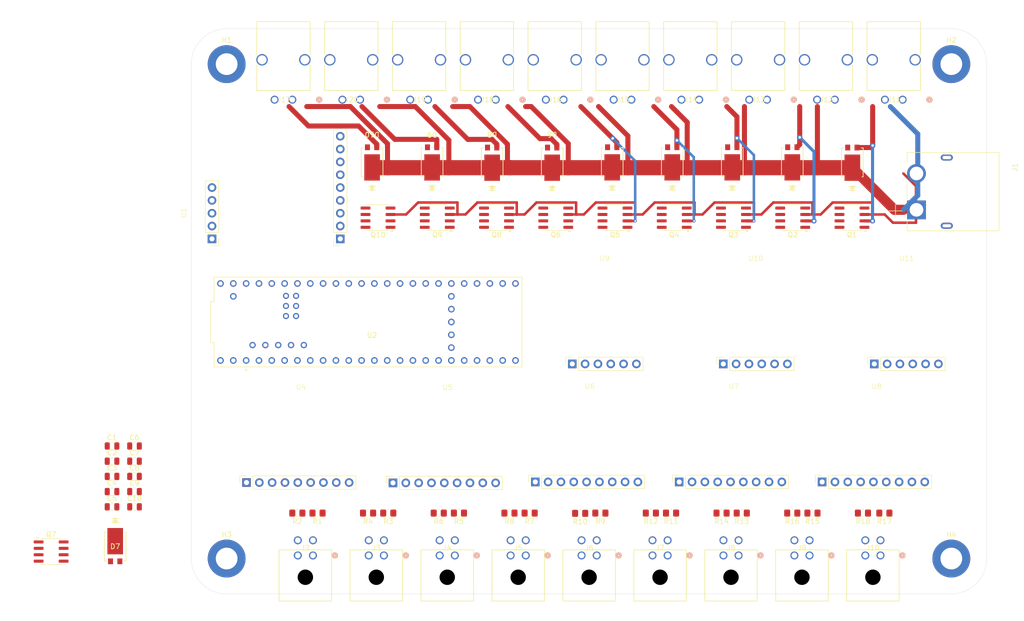
<source format=kicad_pcb>
(kicad_pcb (version 20240108) (generator "pcbnew") (generator_version "8.0")
  (layers (0 "F.Cu" signal) (1 "In1.Cu" signal) (2 "In2.Cu" signal) (31 "B.Cu" signal) (34 "B.Paste" user) (35 "F.Paste" user) (36 "B.SilkS" user "B.Silkscreen") (37 "F.SilkS" user "F.Silkscreen") (38 "B.Mask" user) (39 "F.Mask" user) (44 "Edge.Cuts" user))
  (net 0 "")
  (net 1 "+12V")
  (net 2 "Net-(D1-A)")
  (net 3 "Net-(D2-A)")
  (net 4 "Net-(D3-A)")
  (net 5 "Net-(D4-A)")
  (net 6 "Net-(D5-A)")
  (net 7 "Net-(D6-A)")
  (net 8 "Net-(D7-A)")
  (net 9 "Net-(D8-A)")
  (net 10 "Net-(D9-A)")
  (net 11 "GND")
  (net 12 "/pressure_transducers/PT1_O_RAW")
  (net 14 "+5V")
  (net 15 "/pressure_transducers/PT1_N_RAW")
  (net 18 "/pressure_transducers/PT1_P_RAW")
  (net 19 "/pressure_transducers/PT1_T_RAW")
  (net 21 "/pressure_transducers/PT1_I_RAW")
  (net 24 "/pressure_transducers/PT2_I_RAW")
  (net 25 "/pressure_transducers/PT3_I_RAW")
  (net 28 "/pressure_transducers/PT4_I_RAW")
  (net 29 "/pressure_transducers/PT5_I_RAW")
  (net 31 "/PV1_N")
  (net 32 "/PV1_O")
  (net 33 "/PV1_P")
  (net 34 "/PV1_T")
  (net 35 "/MBV1-I-1")
  (net 36 "/MBV1-I-2")
  (net 37 "/BV1-P")
  (net 38 "/BV1-T")
  (net 39 "/BV1-O")
  (net 40 "/PT1_O")
  (net 41 "/PT1_N")
  (net 42 "/PT1_P")
  (net 43 "/PT1_T")
  (net 44 "/PT1_I")
  (net 45 "/PT2_I")
  (net 46 "/PT3_I")
  (net 47 "/PT4_I")
  (net 48 "/PT5_I")
  (net 49 "/PV2_O")
  (net 50 "Net-(D10-A)")
  (net 51 "/IRQ")
  (net 60 "/LC1_RATE")
  (net 62 "/LC3_DATA")
  (net 63 "/LC3_RATE")
  (net 67 "/CS_Radio")
  (net 69 "/LC2_RATE")
  (net 73 "/RST")
  (net 74 "/MOSI")
  (net 77 "/LC2_DATA")
  (net 79 "/LC1_DATA")
  (net 80 "/SCL")
  (net 81 "/MISO")
  (net 82 "/SDA")
  (net 83 "+3V3")
  (net 85 "/SCK")
  (footprint "hb_footprint_lib:CONN_SD-43045-001_04_MOL" (layer "F.Cu") (at 133.372295 125.2857)
    (property "Reference" "J8")
    (property "Value" "0430450400")
  )
  (footprint "Resistor_SMD:R_0805_2012Metric_Pad1.20x1.40mm_HandSolder" (layer "F.Cu") (at 120 116.9 180)
    (property "Reference" "R11")
    (property "Value" "1K")
  )
  (footprint "Capacitor_SMD:C_0805_2012Metric" (layer "F.Cu") (at 13.755499 115.6566)
    (property "Reference" "C10")
    (property "Value" "0.1u")
  )
  (footprint "Resistor_SMD:R_0805_2012Metric_Pad1.20x1.40mm_HandSolder" (layer "F.Cu") (at 64 116.9 180)
    (property "Reference" "R3")
    (property "Value" "1K")
  )
  (footprint "hb_footprint_lib:CONN02_1723103102_MOL" (layer "F.Cu") (at 98.713708 35.0391 180)
    (property "Reference" "J16")
    (property "Value" "1723103102")
  )
  (footprint "hb_footprint_lib:hx711_connector" (layer "F.Cu") (at 136.75 66.9825)
    (property "Reference" "U10")
    (property "Value" "HX711")
  )
  (footprint "hb_footprint_lib:CONN02_1723103102_MOL" (layer "F.Cu") (at 112.141485 35.0391 180)
    (property "Reference" "J15")
    (property "Value" "1723103102")
  )
  (footprint "Package_SO:SOIC-8_3.9x4.9mm_P1.27mm" (layer "F.Cu") (at 61.975 58.405 180)
    (property "Reference" "Q10")
    (property "Value" "CWDM3011N TR13 PBFREE" (hide yes))
  )
  (footprint "hb_footprint_lib:POWERDI5_DIO" (layer "F.Cu") (at 120.2375 47.3859 180)
    (property "Reference" "D4" (hide yes))
    (property "Value" "SBRT20U60SP5-7")
  )
  (footprint "hb_footprint_lib:CONN02_1723103102_MOL" (layer "F.Cu") (at 152.424816 35.0391 180)
    (property "Reference" "J12")
    (property "Value" "1723103102")
  )
  (footprint "hb_footprint_lib:CONN_SD-43045-001_04_MOL" (layer "F.Cu") (at 105.277997 125.2857)
    (property "Reference" "J6")
    (property "Value" "0430450400")
  )
  (footprint "Resistor_SMD:R_0805_2012Metric_Pad1.20x1.40mm_HandSolder" (layer "F.Cu") (at 50 116.9 180)
    (property "Reference" "R1")
    (property "Value" "1K")
  )
  (footprint "Resistor_SMD:R_0805_2012Metric_Pad1.20x1.40mm_HandSolder" (layer "F.Cu") (at 162.235 116.9 180)
    (property "Reference" "R17")
    (property "Value" "1K")
  )
  (footprint "hb_footprint_lib:POWERDI5_DIO" (layer "F.Cu") (at 72.6875 47.3981 180)
    (property "Reference" "D9")
    (property "Value" "SBRT20U60SP5-7")
  )
  (footprint "Resistor_SMD:R_0805_2012Metric_Pad1.20x1.40mm_HandSolder" (layer "F.Cu") (at 78 116.9 180)
    (property "Reference" "R5")
    (property "Value" "1K")
  )
  (footprint "Package_SO:SOIC-8_3.9x4.9mm_P1.27mm" (layer "F.Cu") (at 155.825 58.405 180)
    (property "Reference" "Q1")
    (property "Value" "CWDM3011N TR13 PBFREE" (hide yes))
  )
  (footprint "Resistor_SMD:R_0805_2012Metric_Pad1.20x1.40mm_HandSolder" (layer "F.Cu") (at 88 116.9 180)
    (property "Reference" "R8")
    (property "Value" "2.7K")
  )
  (footprint "hb_footprint_lib:CONN_SD-43045-001_04_MOL" (layer "F.Cu") (at 63.13655 125.2857)
    (property "Reference" "J3")
    (property "Value" "0430450400")
  )
  (footprint "Package_SO:SOIC-8_3.9x4.9mm_P1.27mm" (layer "F.Cu") (at 108.9 58.405 180)
    (property "Reference" "Q5")
    (property "Value" "CWDM3011N TR13 PBFREE" (hide yes))
  )
  (footprint "hb_footprint_lib:teensy4.1" (layer "F.Cu") (at 59.99 79.0575)
    (property "Reference" "U2")
    (property "Value" "teensy_4.1")
  )
  (footprint "hb_footprint_lib:CONN02_1723103102_MOL" (layer "F.Cu") (at 125.569262 35.0391 180)
    (property "Reference" "J14")
    (property "Value" "1723103102")
  )
  (footprint "hb_footprint_lib:POWERDI5_DIO" (layer "F.Cu") (at 84.575 47.4522 180)
    (property "Reference" "D8")
    (property "Value" "SBRT20U60SP5-7")
  )
  (footprint "Package_SO:SOIC-8_3.9x4.9mm_P1.27mm" (layer "F.Cu") (at 85.4375 58.405 180)
    (property "Reference" "Q8")
    (property "Value" "CWDM3011N TR13 PBFREE" (hide yes))
  )
  (footprint "Capacitor_SMD:C_0805_2012Metric" (layer "F.Cu") (at 9.305499 115.6566)
    (property "Reference" "C5")
    (property "Value" "0.1u")
  )
  (footprint "hb_footprint_lib:CONN_SD-43045-001_04_MOL" (layer "F.Cu") (at 77.183699 125.2857)
    (property "Reference" "J4")
    (property "Value" "0430450400")
  )
  (footprint "Resistor_SMD:R_0805_2012Metric_Pad1.20x1.40mm_HandSolder" (layer "F.Cu") (at 60 116.9 180)
    (property "Reference" "R4")
    (property "Value" "2.7K")
  )
  (footprint "hb_footprint_lib:mcp9600_connector" (layer "F.Cu") (at 132.41 92.3175)
    (property "Reference" "U7")
    (property "Value" "MCP9600_Module")
  )
  (footprint "Resistor_SMD:R_0805_2012Metric_Pad1.20x1.40mm_HandSolder" (layer "F.Cu") (at 144 116.9 180)
    (property "Reference" "R16")
    (property "Value" "2.7K")
  )
  (footprint "hb_footprint_lib:CONN02_1723103102_MOL" (layer "F.Cu") (at 138.997039 35.0391 180)
    (property "Reference" "J13")
    (property "Value" "1723103102")
  )
  (footprint "hb_footprint_lib:CONN02_1723103102_MOL" (layer "F.Cu") (at 58.430377 35.0391 180)
    (property "Reference" "J20")
    (property "Value" "1723103102")
  )
  (footprint "hb_footprint_lib:hx711_connector" (layer "F.Cu") (at 106.85 66.9825)
    (property "Reference" "U9")
    (property "Value" "HX711")
  )
  (footprint "Resistor_SMD:R_0805_2012Metric_Pad1.20x1.40mm_HandSolder" (layer "F.Cu") (at 130 116.9 180)
    (property "Reference" "R14")
    (property "Value" "2.7K")
  )
  (footprint "MountingHole:MountingHole_4.3mm_M4_DIN965_Pad" (layer "F.Cu") (at 175.5 28)
    (property "Reference" "H2")
    (property "Value" "MountingHole")
  )
  (footprint "hb_footprint_lib:CONN02_1723103102_MOL" (layer "F.Cu") (at 45.0026 35.0391 180)
    (property "Reference" "J17")
    (property "Value" "1723103102")
  )
  (footprint "Package_SO:SOIC-8_3.9x4.9mm_P1.27mm" (layer "F.Cu") (at 120.63125 58.405 180)
    (property "Reference" "Q4")
    (property "Value" "CWDM3011N TR13 PBFREE" (hide yes))
  )
  (footprint "Capacitor_SMD:C_0805_2012Metric" (layer "F.Cu") (at 9.305499 112.6466)
    (property "Reference" "C4")
    (property "Value" "0.1u")
  )
  (footprint "Resistor_SMD:R_0805_2012Metric_Pad1.20x1.40mm_HandSolder" (layer "F.Cu") (at 92 116.9 180)
    (property "Reference" "R7")
    (property "Value" "1K")
  )
  (footprint "hb_footprint_lib:mcp9600_connector" (layer "F.Cu") (at 160.71 92.3175)
    (property "Reference" "U8")
    (property "Value" "MCP9600_Module")
  )
  (footprint "Capacitor_SMD:C_0805_2012Metric" (layer "F.Cu") (at 9.305499 109.6366)
    (property "Reference" "C3")
    (property "Value" "0.1u")
  )
  (footprint "Capacitor_SMD:C_0805_2012Metric" (layer "F.Cu") (at 13.755499 112.6466)
    (property "Reference" "C9")
    (property "Value" "0.1u")
  )
  (footprint "hb_footprint_lib:POWERDI5_DIO" (layer "F.Cu") (at 60.8 47.3981 180)
    (property "Reference" "D10")
    (property "Value" "SBRT20U60SP5-7")
  )
  (footprint "Package_SO:SOIC-8_3.9x4.9mm_P1.27mm" (layer "F.Cu") (at 132.3625 58.405 180)
    (property "Reference" "Q3")
    (property "Value" "CWDM3011N TR13 PBFREE" (hide yes))
  )
  (footprint "Resistor_SMD:R_0805_2012Metric_Pad1.20x1.40mm_HandSolder" (layer "F.Cu") (at 102 116.95 180)
    (property "Reference" "R10")
    (property "Value" "2.7K")
  )
  (footprint "Capacitor_SMD:C_0805_2012Metric" (layer "F.Cu") (at 13.755499 106.6266)
    (property "Reference" "C7")
    (property "Value" "0.1u")
  )
  (footprint "hb_footprint_lib:AMASS_XT60PW-M" (layer "F.Cu") (at 174.6 53.25 -90)
    (property "Reference" "J1")
    (property "Value" "Conn_01x02_Shielded")
  )
  (footprint "hb_footprint_lib:mcp9600_connector" (layer "F.Cu") (at 103.91 92.3175)
    (property "Reference" "U6")
    (property "Value" "MCP9600_Module")
  )
  (footprint "hb_footprint_lib:POWERDI5_DIO" (layer "F.Cu") (at 9.929999 123.5163)
    (property "Reference" "D7")
    (property "Value" "SBRT20U60SP5-7")
  )
  (footprint "Package_SO:SOIC-8_3.9x4.9mm_P1.27mm" (layer "F.Cu") (at 97.16875 58.405 180)
    (property "Reference" "Q6")
    (property "Value" "CWDM3011N TR13 PBFREE" (hide yes))
  )
  (footprint "hb_footprint_lib:POWERDI5_DIO" (layer "F.Cu") (at 144.0125 47.3859 180)
    (property "Reference" "D2" (hide yes))
    (property "Value" "SBRT20U60SP5-7")
  )
  (footprint "hb_footprint_lib:CONN_SD-43045-001_04_MOL" (layer "F.Cu") (at 147.419444 125.2857)
    (property "Reference" "J9")
    (property "Value" "0430450400")
  )
  (footprint "hb_footprint_lib:CONN02_1723103102_MOL" (layer "F.Cu") (at 71.858154 35.0391 180)
    (property "Reference" "J19")
    (property "Value" "1723103102")
  )
  (footprint "hb_footprint_lib:CONN_SD-43045-001_04_MOL" (layer "F.Cu") (at 49.089401 125.2857)
    (property "Reference" "J2")
    (property "Value" "0430450400")
  )
  (footprint "hb_footprint_lib:CONN_SD-43045-001_04_MOL" (layer "F.Cu") (at 161.466599 125.2857)
    (property "Reference" "J10")
    (property "Value" "0430450400")
  )
  (footprint "hb_footprint_lib:mcp9600_connector" (layer "F.Cu") (at 46.725 92.435)
    (property "Reference" "U4")
    (property "Value" "MCP9600_Module")
  )
  (footprint "Package_SO:SOIC-8_3.9x4.9mm_P1.27mm" (layer "F.Cu") (at 73.70625 58.405 180)
    (property "Reference" "Q9")
    (property "Value" "CWDM3011N TR13 PBFREE" (hide yes))
  )
  (footprint "Resistor_SMD:R_0805_2012Metric_Pad1.20x1.40mm_HandSolder" (layer "F.Cu") (at 46 116.9 180)
    (property "Reference" "R2")
    (property "Value" "2.7K")
  )
  (footprint "hb_footprint_lib:hx711_connector" (layer "F.Cu") (at 166.65 66.9825)
    (property "Reference" "U11")
    (property "Value" "HX711")
  )
  (footprint "hb_footprint_lib:CONN02_1723103102_MOL" (layer "F.Cu") (at 165.8526 35.0391 180)
    (property "Reference" "J11")
    (property "Value" "1723103102")
  )
  (footprint "Resistor_SMD:R_0805_2012Metric_Pad1.20x1.40mm_HandSolder" (layer "F.Cu") (at 106 116.9 180)
    (property "Reference" "R9")
    (property "Value" "1K")
  )
  (footprint "Package_SO:SOIC-8_3.9x4.9mm_P1.27mm" (layer "F.Cu") (at -2.754501 124.5166)
    (property "Reference" "Q7")
    (property "Value" "CWDM3011N TR13 PBFREE")
  )
  (footprint "MountingHole:MountingHole_4.3mm_M4_DIN965_Pad" (layer "F.Cu") (at 175.5 125.9)
    (property "Reference" "H4")
    (property "Value" "MountingHole")
  )
  (footprint "hb_footprint_lib:mcp9600_connector" (layer "F.Cu") (at 75.735 92.5025)
    (property "Reference" "U5")
    (property "Value" "MCP9600_Module")
  )
  (footprint "Resistor_SMD:R_0805_2012Metric_Pad1.20x1.40mm_HandSolder" (layer "F.Cu") (at 74 116.9 180)
    (property "Reference" "R6")
    (property "Value" "2.7K")
  )
  (footprint "Capacitor_SMD:C_0805_2012Metric" (layer "F.Cu") (at 9.305499 106.6266)
    (property "Reference" "C2")
    (property "Value" "0.1u")
  )
  (footprint "hb_footprint_lib:CONN_SD-43045-001_04_MOL" (layer "F.Cu") (at 91.230848 125.2857)
    (property "Reference" "J5")
    (property "Value" "0430450400")
  )
  (footprint "hb_footprint_lib:CONN_SD-43045-001_04_MOL" (layer "F.Cu") (at 119.325146 125.2857)
    (property "Reference" "J7")
    (property "Value" "0430450400")
  )
  (footprint "hb_footprint_lib:CONN02_1723103102_MOL" (layer "F.Cu") (at 85.285931 35.0391 180)
    (property "Reference" "J18")
    (property "Value" "1723103102")
  )
  (footprint "hb_footprint_lib:rfm95_connector" (layer "F.Cu") (at 24.02 57.46 90)
    (property "Reference" "U1")
    (property "Value" "RFM95")
  )
  (footprint "MountingHole:MountingHole_4.3mm_M4_DIN965_Pad" (layer "F.Cu") (at 32 125.9)
    (property "Reference" "H3")
    (property "Value" "MountingHole")
  )
  (footprint "Package_SO:SOIC-8_3.9x4.9mm_P1.27mm" (layer "F.Cu") (at 144.09375 58.405 180)
    (property "Reference" "Q2")
    (property "Value" "CWDM3011N TR13 PBFREE" (hide yes))
  )
  (footprint "Resistor_SMD:R_0805_2012Metric_Pad1.20x1.40mm_HandSolder" (layer "F.Cu") (at 116 116.9 180)
    (property "Reference" "R12")
    (property "Value" "2.7K")
  )
  (footprint "Capacitor_SMD:C_0805_2012Metric" (layer "F.Cu") (at 13.755499 103.6166)
    (property "Reference" "C6")
    (property "Value" "0.1u")
  )
  (footprint "Capacitor_SMD:C_0805_2012Metric" (layer "F.Cu") (at 13.755499 109.6366)
    (property "Reference" "C8")
    (property "Value" "0.1u")
  )
  (footprint "hb_footprint_lib:POWERDI5_DIO" (layer "F.Cu") (at 108.35 47.3859 180)
    (property "Reference" "D5" (hide yes))
    (property "Value" "SBRT20U60SP5-7")
  )
  (footprint "Resistor_SMD:R_0805_2012Metric_Pad1.20x1.40mm_HandSolder" (layer "F.Cu") (at 148 116.9 180)
    (property "Reference" "R15")
    (property "Value" "1K")
  )
  (footprint "hb_footprint_lib:POWERDI5_DIO" (layer "F.Cu") (at 132.125 47.3859 180)
    (property "Reference" "D3" (hide yes))
    (property "Value" "SBRT20U60SP5-7")
  )
  (footprint "Resistor_SMD:R_0805_2012Metric_Pad1.20x1.40mm_HandSolder" (layer "F.Cu") (at 158 116.9 180)
    (property "Reference" "R18")
    (property "Value" "2.7K")
  )
  (footprint "hb_footprint_lib:POWERDI5_DIO" (layer "F.Cu") (at 155.9 47.4522 180)
    (property "Reference" "D1" (hide yes))
    (property "Value" "SBRT20U60SP5-7")
  )
  (footprint "MountingHole:MountingHole_4.3mm_M4_DIN965_Pad" (layer "F.Cu") (at 32 28)
    (property "Reference" "H1")
    (property "Value" "MountingHole")
  )
  (footprint "Capacitor_SMD:C_0805_2012Metric" (layer "F.Cu") (at 9.305499 103.6166)
    (property "Reference" "C1")
    (property "Value" "0.1u")
  )
  (footprint "hb_footprint_lib:POWERDI5_DIO" (layer "F.Cu") (at 96.4625 47.4522 180)
    (property "Reference" "D6")
    (property "Value" "SBRT20U60SP5-7")
  )
  (footprint "Resistor_SMD:R_0805_2012Metric_Pad1.20x1.40mm_HandSolder" (layer "F.Cu") (at 134 116.9 180)
    (property "Reference" "R13")
    (property "Value" "1K")
  )
  (gr_line (start 175.5 132.9) (end 32 132.9) (stroke (width 0.05)) (layer "Edge.Cuts"))
  (gr_line (start 182.5 28) (end 182.5 125.9) (stroke (width 0.05)) (layer "Edge.Cuts"))
  (gr_arc (start 25 28) (mid 27.050253 23.050253) (end 32 21) (stroke (width 0.05)) (layer "Edge.Cuts"))
  (gr_line (start 25 28) (end 25 125.9) (stroke (width 0.05)) (layer "Edge.Cuts"))
  (gr_arc (start 182.5 125.9) (mid 180.449747 130.849747) (end 175.5 132.9) (stroke (width 0.05)) (layer "Edge.Cuts"))
  (gr_line (start 32 21) (end 175.5 21) (stroke (width 0.05)) (layer "Edge.Cuts"))
  (gr_arc (start 175.5 21) (mid 180.449747 23.050253) (end 182.5 28) (stroke (width 0.05)) (layer "Edge.Cuts"))
  (gr_arc (start 32 132.9) (mid 27.050253 130.849747) (end 25 125.9) (stroke (width 0.05)) (layer "Edge.Cuts"))
  (segment (start 148.980059 36.3994) (end 148.980059 48.476241) (width 1) (layer "F.Cu") (net 1))
  (segment (start 99.65 48.5063) (end 88.15 48.5063) (width 3) (layer "F.Cu") (net 1))
  (segment (start 123.2 39.511415) (end 123.2 48.5063) (width 1) (layer "F.Cu") (net 1))
  (segment (start 134.534022 36.3994) (end 134.534022 48.390322) (width 1) (layer "F.Cu") (net 1))
  (segment (start 56.4994 36.3994) (end 63.85 43.75) (width 1) (layer "F.Cu") (net 1))
  (segment (start 111.45 48.5063) (end 99.65 48.5063) (width 3) (layer "F.Cu") (net 1))
  (segment (start 87.6 43.85) (end 87.6 47.9563) (width 1) (layer "F.Cu") (net 1))
  (segment (start 166 56.85) (end 164.2437 56.85) (width 2) (layer "F.Cu") (net 1))
  (segment (start 164.2437 56.85) (end 155.9 48.5063) (width 2) (layer "F.Cu") (net 1))
  (segment (start 87.6 47.9563) (end 88.15 48.5063) (width 1) (layer "F.Cu") (net 1))
  (segment (start 69.3494 36.3994) (end 76 43.05) (width 1) (layer "F.Cu") (net 1))
  (segment (start 92.309462 36.3994) (end 99.65 43.739938) (width 1) (layer "F.Cu") (net 1))
  (segment (start 111.45 42.207452) (end 111.45 48.5063) (width 1) (layer "F.Cu") (net 1))
  (segment (start 60.8541 48.5063) (end 60.8 48.4522) (width 3) (layer "F.Cu") (net 1))
  (segment (start 80.1494 36.3994) (end 87.6 43.85) (width 1) (layer "F.Cu") (net 1))
  (segment (start 63.85 43.75) (end 63.85 48.5063) (width 1) (layer "F.Cu") (net 1))
  (segment (start 134.534022 48.390322) (end 134.65 48.5063) (width 1) (layer "F.Cu") (net 1))
  (segment (start 88.15 48.5063) (end 76 48.5063) (width 3) (layer "F.Cu") (net 1))
  (segment (start 105.641948 36.3994) (end 111.45 42.207452) (width 1) (layer "F.Cu") (net 1))
  (segment (start 63.85 48.5063) (end 60.8541 48.5063) (width 3) (layer "F.Cu") (net 1))
  (segment (start 134.65 48.5063) (end 123.2 48.5063) (width 3) (layer "F.Cu") (net 1))
  (segment (start 91.195911 36.3994) (end 92.309462 36.3994) (width 1) (layer "F.Cu") (net 1))
  (segment (start 76 43.05) (end 76 48.5063) (width 1) (layer "F.Cu") (net 1))
  (segment (start 155.9 48.5063) (end 148.95 48.5063) (width 3) (layer "F.Cu") (net 1))
  (segment (start 99.65 43.739938) (end 99.65 48.5063) (width 1) (layer "F.Cu") (net 1))
  (segment (start 76 48.5063) (end 63.85 48.5063) (width 3) (layer "F.Cu") (net 1))
  (segment (start 62.303837 36.3994) (end 69.3494 36.3994) (width 1) (layer "F.Cu") (net 1))
  (segment (start 47.8578 36.3994) (end 56.4994 36.3994) (width 1) (layer "F.Cu") (net 1))
  (segment (start 148.980059 48.476241) (end 148.95 48.5063) (width 1) (layer "F.Cu") (net 1))
  (segment (start 123.2 48.5063) (end 111.45 48.5063) (width 3) (layer "F.Cu") (net 1))
  (segment (start 120.087985 36.3994) (end 123.2 39.511415) (width 1) (layer "F.Cu") (net 1))
  (segment (start 76.749874 36.3994) (end 80.1494 36.3994) (width 1) (layer "F.Cu") (net 1))
  (segment (start 148.95 48.5063) (end 134.65 48.5063) (width 3) (layer "F.Cu") (net 1))
  (segment (start 163.4261 36.3994) (end 168.85 41.8233) (width 1) (layer "B.Cu") (net 1))
  (segment (start 168.85 54) (end 166 56.85) (width 1) (layer "B.Cu") (net 1))
  (segment (start 168.85 41.8233) (end 168.85 54) (width 1) (layer "B.Cu") (net 1))
  (segment (start 159.9209 36.3994) (end 159.9209 44.1209) (width 1) (layer "F.Cu") (net 2))
  (segment (start 156.820001 44.5185) (end 159.5233 44.5185) (width 1) (layer "F.Cu") (net 2))
  (segment (start 159.5233 44.5185) (end 159.9209 44.1209) (width 1) (layer "F.Cu") (net 2))
  (segment (start 158.31 59.05) (end 158.3 59.04) (width 0.6) (layer "F.Cu") (net 2))
  (segment (start 159.9 59.05) (end 158.31 59.05) (width 0.6) (layer "F.Cu") (net 2))
  (via (at 159.9 59.05) (size 1) (drill 0.5) (layers "F.Cu" "B.Cu") (net 2))
  (via (at 159.9209 44.1209) (size 1) (drill 0.5) (layers "F.Cu" "B.Cu") (net 2))
  (segment (start 159.9 59.05) (end 159.9 44.1418) (width 0.6) (layer "B.Cu") (net 2))
  (segment (start 159.9 44.1418) (end 159.9209 44.1209) (width 1) (layer "B.Cu") (net 2))
  (segment (start 145.474859 43.909842) (end 144.932501 44.4522) (width 1) (layer "F.Cu") (net 3))
  (segment (start 148.3 59.05) (end 146.57875 59.05) (width 0.6) (layer "F.Cu") (net 3))
  (segment (start 145.474859 36.3994) (end 145.474859 42.5) (width 1) (layer "F.Cu") (net 3))
  (segment (start 145.474859 42.5) (end 145.474859 43.909842) (width 1) (layer "F.Cu") (net 3))
  (via (at 145.474859 42.5) (size 1) (drill 0.5) (layers "F.Cu" "B.Cu") (net 3))
  (via (at 148.3 59.05) (size 1) (drill 0.5) (layers "F.Cu" "B.Cu") (net 3))
  (segment (start 148.3 45.325141) (end 145.474859 42.5) (width 0.6) (layer "B.Cu") (net 3))
  (segment (start 148.3 59.05) (end 148.3 45.325141) (width 0.6) (layer "B.Cu") (net 3))
  (segment (start 136.4 59.05) (end 134.8475 59.05) (width 0.6) (layer "F.Cu") (net 4))
  (segment (start 134.8475 59.05) (end 134.8375 59.04) (width 0.5) (layer "F.Cu") (net 4))
  (segment (start 133.045001 38.415579) (end 133.045001 44.4522) (width 1) (layer "F.Cu") (net 4))
  (segment (start 131.028822 36.3994) (end 133.045001 38.415579) (width 1) (layer "F.Cu") (net 4))
  (via (at 133.045001 42.65) (size 1) (drill 0.5) (layers "F.Cu" "B.Cu") (net 4))
  (via (at 136.4 59.05) (size 0.6) (drill 0.3) (layers "F.Cu" "B.Cu") (net 4))
  (segment (start 136.4 46.004999) (end 136.4 59.05) (width 0.5) (layer "B.Cu") (net 4))
  (segment (start 133.045001 42.65) (end 136.4 46.004999) (width 0.5) (layer "B.Cu") (net 4))
  (segment (start 116.582785 36.3994) (end 121.157501 40.974116) (width 1) (layer "F.Cu") (net 5))
  (segment (start 123.11625 59.05) (end 123.10625 59.04) (width 0.5) (layer "F.Cu") (net 5))
  (segment (start 121.157501 40.974116) (end 121.157501 44.4522) (width 1) (layer "F.Cu") (net 5))
  (segment (start 124.55 59.05) (end 123.11625 59.05) (width 0.5) (layer "F.Cu") (net 5))
  (via (at 121.157501 43.1) (size 1) (drill 0.5) (layers "F.Cu" "B.Cu") (net 5))
  (via (at 124.55 59.05) (size 0.6) (drill 0.3) (layers "F.Cu" "B.Cu") (net 5))
  (segment (start 124.5 46.427499) (end 124.5 59.05) (width 0.5) (layer "B.Cu") (net 5))
  (segment (start 124.5 59.05) (end 124.55 59.05) (width 0.5) (layer "B.Cu") (net 5))
  (segment (start 121.145001 43.0725) (end 124.5 46.427499) (width 0.5) (layer "B.Cu") (net 5))
  (segment (start 112.9 59.05) (end 111.385 59.05) (width 0.5) (layer "F.Cu") (net 6))
  (segment (start 109.270001 43.532653) (end 109.270001 44.4522) (width 1) (layer "F.Cu") (net 6))
  (segment (start 102.136748 36.3994) (end 109.270001 43.532653) (width 1) (layer "F.Cu") (net 6))
  (segment (start 111.385 59.05) (end 111.375 59.04) (width 0.5) (layer "F.Cu") (net 6))
  (via (at 108.443674 42.706326) (size 1) (drill 0.5) (layers "F.Cu" "B.Cu") (net 6))
  (via (at 112.9 59.05) (size 0.6) (drill 0.3) (layers "F.Cu" "B.Cu") (net 6))
  (segment (start 112.9 47.162652) (end 112.9 59.05) (width 0.5) (layer "B.Cu") (net 6))
  (segment (start 108.443674 42.706326) (end 112.9 47.162652) (width 0.5) (layer "B.Cu") (net 6))
  (segment (start 94.041311 42.75) (end 96.240799 42.75) (width 1) (layer "F.Cu") (net 7))
  (segment (start 96.240799 42.75) (end 97.382501 43.891702) (width 1) (layer "F.Cu") (net 7))
  (segment (start 97.382501 43.891702) (end 97.382501 44.5185) (width 1) (layer "F.Cu") (net 7))
  (segment (start 87.690711 36.3994) (end 94.041311 42.75) (width 1) (layer "F.Cu") (net 7))
  (segment (start 73.244674 36.3994) (end 79.745274 42.9) (width 1) (layer "F.Cu") (net 9))
  (segment (start 85.495001 43.845001) (end 85.495001 44.5185) (width 1) (layer "F.Cu") (net 9))
  (segment (start 84.55 42.9) (end 85.495001 43.845001) (width 1) (layer "F.Cu") (net 9))
  (segment (start 79.745274 42.9) (end 84.55 42.9) (width 1) (layer "F.Cu") (net 9))
  (segment (start 73.607501 44.4644) (end 73.607501 42.8929) (width 1) (layer "F.Cu") (net 10))
  (segment (start 65.292137 42.8929) (end 58.798637 36.3994) (width 1) (layer "F.Cu") (net 10))
  (segment (start 73.607501 42.8929) (end 65.292137 42.8929) (width 1) (layer "F.Cu") (net 10))
  (segment (start 112.9 55.4) (end 112.9 57.67) (width 0.5) (layer "F.Cu") (net 11))
  (segment (start 163.934 59.4) (end 162.304 57.77) (width 0.5) (layer "F.Cu") (net 11))
  (segment (start 134.8375 57.77) (end 136.4 57.77) (width 0.5) (layer "F.Cu") (net 11))
  (segment (start 81.65 55.4) (end 89.45 55.4) (width 0.5) (layer "F.Cu") (net 11))
  (segment (start 168.5 52.15) (end 168.5 59.4) (width 0.5) (layer "F.Cu") (net 11))
  (segment (start 152 55.4) (end 159.85 55.4) (width 0.5) (layer "F.Cu") (net 11))
  (segment (start 166 49.65) (end 168.5 52.15) (width 0.5) (layer "F.Cu") (net 11))
  (segment (start 113 57.77) (end 114.38 57.77) (width 0.5) (layer "F.Cu") (net 11))
  (segment (start 77.7 55.4) (end 77.7 57.77) (width 0.5) (layer "F.Cu") (net 11))
  (segment (start 102.73 57.77) (end 105.1 55.4) (width 0.5) (layer "F.Cu") (net 11))
  (segment (start 148 55.4) (end 148 57.57) (width 0.5) (layer "F.Cu") (net 11))
  (segment (start 149.63 57.77) (end 152 55.4) (width 0.5) (layer "F.Cu") (net 11))
  (segment (start 77.7 57.77) (end 79.28 57.77) (width 0.5) (layer "F.Cu") (net 11))
  (segment (start 162.304 57.77) (end 159.9 57.77) (width 0.5) (layer "F.Cu") (net 11))
  (segment (start 140.25 55.4) (end 148 55.4) (width 0.5) (layer "F.Cu") (net 11))
  (segment (start 105.1 55.4) (end 112.9 55.4) (width 0.5) (layer "F.Cu") (net 11))
  (segment (start 146.56875 57.77) (end 148.2 57.77) (width 0.5) (layer "F.Cu") (net 11))
  (segment (start 67.53 57.77) (end 69.9 55.4) (width 0.5) (layer "F.Cu") (net 11))
  (segment (start 101.2 55.4) (end 101.2 57.77) (width 0.5) (layer "F.Cu") (net 11))
  (segment (start 89.45 55.4) (end 89.45 57.77) (width 0.5) (layer "F.Cu") (net 11))
  (segment (start 168.5 59.4) (end 163.934 59.4) (width 0.5) (layer "F.Cu") (net 11))
  (segment (start 148 57.57) (end 148.2 57.77) (width 0.5) (layer "F.Cu") (net 11))
  (segment (start 159.9 57.77) (end 158.3 57.77) (width 0.5) (layer "F.Cu") (net 11))
  (segment (start 111.375 57.77) (end 113 57.77) (width 0.5) (layer "F.Cu") (net 11))
  (segment (start 112.9 57.67) (end 113 57.77) (width 0.5) (layer "F.Cu") (net 11))
  (segment (start 148.2 57.77) (end 149.63 57.77) (width 0.5) (layer "F.Cu") (net 11))
  (segment (start 136.4 57.77) (end 137.88 57.77) (width 0.5) (layer "F.Cu") (net 11))
  (segment (start 69.9 55.4) (end 77.7 55.4) (width 0.5) (layer "F.Cu") (net 11))
  (segment (start 128.6 55.4) (end 136.4 55.4) (width 0.5) (layer "F.Cu") (net 11))
  (segment (start 76.18125 57.77) (end 77.7 57.77) (width 0.5) (layer "F.Cu") (net 11))
  (segment (start 99.64375 57.77) (end 101.2 57.77) (width 0.5) (layer "F.Cu") (net 11))
  (segment (start 90.98 57.77) (end 93.35 55.4) (width 0.5) (layer "F.Cu") (net 11))
  (segment (start 137.88 57.77) (end 140.25 55.4) (width 0.5) (layer "F.Cu") (net 11))
  (segment (start 126.23 57.77) (end 128.6 55.4) (width 0.5) (layer "F.Cu") (net 11))
  (segment (start 123.10625 57.77) (end 124.7 57.77) (width 0.5) (layer "F.Cu") (net 11))
  (segment (start 87.9125 57.77) (end 89.45 57.77) (width 0.5) (layer "F.Cu") (net 11))
  (segment (start 114.38 57.77) (end 116.75 55.4) (width 0.5) (layer "F.Cu") (net 11))
  (segment (start 89.45 57.77) (end 90.98 57.77) (width 0.5) (layer "F.Cu") (net 11))
  (segment (start 124.7 57.77) (end 126.23 57.77) (width 0.5) (layer "F.Cu") (net 11))
  (segment (start 136.4 55.4) (end 136.4 57.77) (width 0.5) (layer "F.Cu") (net 11))
  (segment (start 79.28 57.77) (end 81.65 55.4) (width 0.5) (layer "F.Cu") (net 11))
  (segment (start 116.75 55.4) (end 124.65 55.4) (width 0.5) (layer "F.Cu") (net 11))
  (segment (start 64.45 57.77) (end 67.53 57.77) (width 0.5) (layer "F.Cu") (net 11))
  (segment (start 124.65 57.72) (end 124.7 57.77) (width 0.5) (layer "F.Cu") (net 11))
  (segment (start 93.35 55.4) (end 101.2 55.4) (width 0.5) (layer "F.Cu") (net 11))
  (segment (start 101.2 57.77) (end 102.73 57.77) (width 0.5) (layer "F.Cu") (net 11))
  (segment (start 124.65 55.4) (end 124.65 57.72) (width 0.5) (layer "F.Cu") (net 11))
  (segment (start 159.85 55.4) (end 159.9 55.45) (width 0.5) (layer "F.Cu") (net 11))
  (segment (start 159.9 55.45) (end 159.9 57.77) (width 0.5) (layer "F.Cu") (net 11))
  (segment (start 61.720001 43.837602) (end 61.720001 44.4644) (width 1) (layer "F.Cu") (net 50))
  (segment (start 44.3526 36.3994) (end 48.2032 40.25) (width 1) (layer "F.Cu") (net 50))
  (segment (start 58.132399 40.25) (end 61.720001 43.837602) (width 1) (layer "F.Cu") (net 50))
  (segment (start 48.2032 40.25) (end 58.132399 40.25) (width 1) (layer "F.Cu") (net 50))
)
</source>
